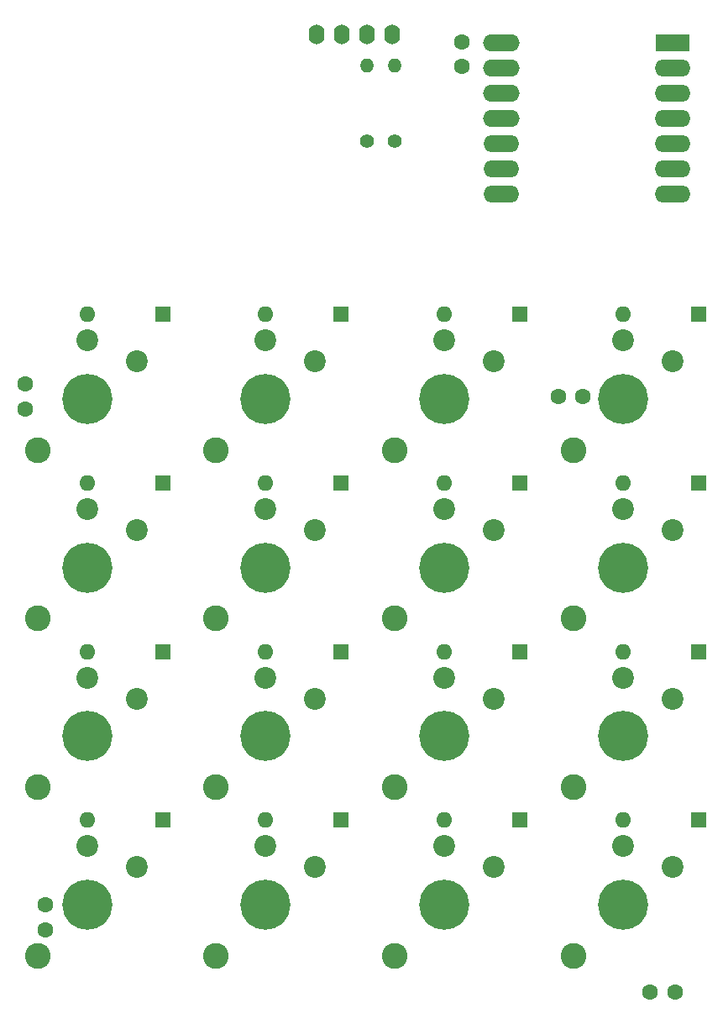
<source format=gts>
G04 #@! TF.GenerationSoftware,KiCad,Pcbnew,8.0.6*
G04 #@! TF.CreationDate,2024-10-20T21:42:17+02:00*
G04 #@! TF.ProjectId,macropad,6d616372-6f70-4616-942e-6b696361645f,v7.6*
G04 #@! TF.SameCoordinates,Original*
G04 #@! TF.FileFunction,Soldermask,Top*
G04 #@! TF.FilePolarity,Negative*
%FSLAX46Y46*%
G04 Gerber Fmt 4.6, Leading zero omitted, Abs format (unit mm)*
G04 Created by KiCad (PCBNEW 8.0.6) date 2024-10-20 21:42:17*
%MOMM*%
%LPD*%
G01*
G04 APERTURE LIST*
%ADD10C,2.600000*%
%ADD11C,5.050000*%
%ADD12C,2.200000*%
%ADD13O,1.600000X2.000000*%
%ADD14R,1.600000X1.600000*%
%ADD15O,1.600000X1.600000*%
%ADD16C,1.600000*%
%ADD17R,3.500000X1.700000*%
%ADD18O,3.600000X1.700000*%
%ADD19O,3.700000X1.700000*%
%ADD20C,1.400000*%
%ADD21O,1.400000X1.400000*%
G04 APERTURE END LIST*
D10*
G04 #@! TO.C,SW4*
X8250000Y-60900000D03*
D11*
X13250000Y-55750000D03*
D12*
X13250000Y-49850000D03*
X18250000Y-51950000D03*
G04 #@! TD*
D10*
G04 #@! TO.C,SW14*
X44250000Y-94900000D03*
D11*
X49250000Y-89750000D03*
D12*
X49250000Y-83850000D03*
X54250000Y-85950000D03*
G04 #@! TD*
D10*
G04 #@! TO.C,SW1*
X8250000Y-43900000D03*
D11*
X13250000Y-38750000D03*
D12*
X13250000Y-32850000D03*
X18250000Y-34950000D03*
G04 #@! TD*
D10*
G04 #@! TO.C,SW8*
X26250000Y-77900000D03*
D11*
X31250000Y-72750000D03*
D12*
X31250000Y-66850000D03*
X36250000Y-68950000D03*
G04 #@! TD*
D10*
G04 #@! TO.C,SW9*
X44250000Y-77900000D03*
D11*
X49250000Y-72750000D03*
D12*
X49250000Y-66850000D03*
X54250000Y-68950000D03*
G04 #@! TD*
D10*
G04 #@! TO.C,SW12*
X62250000Y-77900000D03*
D11*
X67250000Y-72750000D03*
D12*
X67250000Y-66850000D03*
X72250000Y-68950000D03*
G04 #@! TD*
D10*
G04 #@! TO.C,SW6*
X44250000Y-60900000D03*
D11*
X49250000Y-55750000D03*
D12*
X49250000Y-49850000D03*
X54250000Y-51950000D03*
G04 #@! TD*
D10*
G04 #@! TO.C,SW10*
X62250000Y-43900000D03*
D11*
X67250000Y-38750000D03*
D12*
X67250000Y-32850000D03*
X72250000Y-34950000D03*
G04 #@! TD*
D10*
G04 #@! TO.C,SW7*
X8250000Y-77900000D03*
D11*
X13250000Y-72750000D03*
D12*
X13250000Y-66850000D03*
X18250000Y-68950000D03*
G04 #@! TD*
D13*
G04 #@! TO.C,Brd1*
X36420000Y-2000000D03*
X38960000Y-2000000D03*
X41500000Y-2000000D03*
X44040000Y-2000000D03*
G04 #@! TD*
D10*
G04 #@! TO.C,SW2*
X26250000Y-43900000D03*
D11*
X31250000Y-38750000D03*
D12*
X31250000Y-32850000D03*
X36250000Y-34950000D03*
G04 #@! TD*
D10*
G04 #@! TO.C,SW11*
X62250000Y-60900000D03*
D11*
X67250000Y-55750000D03*
D12*
X67250000Y-49850000D03*
X72250000Y-51950000D03*
G04 #@! TD*
D10*
G04 #@! TO.C,SW3*
X44250000Y-43900000D03*
D11*
X49250000Y-38750000D03*
D12*
X49250000Y-32850000D03*
X54250000Y-34950000D03*
G04 #@! TD*
D10*
G04 #@! TO.C,SW16*
X8250000Y-94900000D03*
D11*
X13250000Y-89750000D03*
D12*
X13250000Y-83850000D03*
X18250000Y-85950000D03*
G04 #@! TD*
D10*
G04 #@! TO.C,SW5*
X26250000Y-60900000D03*
D11*
X31250000Y-55750000D03*
D12*
X31250000Y-49850000D03*
X36250000Y-51950000D03*
G04 #@! TD*
D10*
G04 #@! TO.C,SW13*
X62250000Y-94900000D03*
D11*
X67250000Y-89750000D03*
D12*
X67250000Y-83850000D03*
X72250000Y-85950000D03*
G04 #@! TD*
D10*
G04 #@! TO.C,SW15*
X26250000Y-94900000D03*
D11*
X31250000Y-89750000D03*
D12*
X31250000Y-83850000D03*
X36250000Y-85950000D03*
G04 #@! TD*
D14*
G04 #@! TO.C,D3*
X56870000Y-30225000D03*
D15*
X49250000Y-30225000D03*
G04 #@! TD*
D16*
G04 #@! TO.C,C5*
X7000000Y-39750000D03*
X7000000Y-37250000D03*
G04 #@! TD*
D17*
G04 #@! TO.C,U2*
X72250000Y-2840000D03*
D18*
X72250000Y-5380000D03*
X72250000Y-7920000D03*
X72250000Y-10460000D03*
X72250000Y-13000000D03*
X72250000Y-15540000D03*
X72250000Y-18080000D03*
X55000000Y-18080000D03*
X55000000Y-15540000D03*
X55000000Y-13000000D03*
D19*
X55000000Y-10460000D03*
X55000000Y-7920000D03*
X55000000Y-5380000D03*
X55000000Y-2840000D03*
G04 #@! TD*
D14*
G04 #@! TO.C,D11*
X74870000Y-47225000D03*
D15*
X67250000Y-47225000D03*
G04 #@! TD*
D16*
G04 #@! TO.C,C4*
X63250000Y-38500000D03*
X60750000Y-38500000D03*
G04 #@! TD*
D14*
G04 #@! TO.C,D15*
X38870000Y-81225000D03*
D15*
X31250000Y-81225000D03*
G04 #@! TD*
D14*
G04 #@! TO.C,D4*
X20870000Y-47225000D03*
D15*
X13250000Y-47225000D03*
G04 #@! TD*
D14*
G04 #@! TO.C,D8*
X38870000Y-64225000D03*
D15*
X31250000Y-64225000D03*
G04 #@! TD*
D14*
G04 #@! TO.C,D10*
X74870000Y-30225000D03*
D15*
X67250000Y-30225000D03*
G04 #@! TD*
D14*
G04 #@! TO.C,D13*
X74870000Y-81225000D03*
D15*
X67250000Y-81225000D03*
G04 #@! TD*
D14*
G04 #@! TO.C,D16*
X20870000Y-81225000D03*
D15*
X13250000Y-81225000D03*
G04 #@! TD*
D16*
G04 #@! TO.C,C1*
X70000000Y-98500000D03*
X72500000Y-98500000D03*
G04 #@! TD*
D20*
G04 #@! TO.C,R2*
X44250000Y-12810000D03*
D21*
X44250000Y-5190000D03*
G04 #@! TD*
D14*
G04 #@! TO.C,D1*
X20870000Y-30225000D03*
D15*
X13250000Y-30225000D03*
G04 #@! TD*
D14*
G04 #@! TO.C,D6*
X56870000Y-47225000D03*
D15*
X49250000Y-47225000D03*
G04 #@! TD*
D14*
G04 #@! TO.C,D7*
X20870000Y-64225000D03*
D15*
X13250000Y-64225000D03*
G04 #@! TD*
D14*
G04 #@! TO.C,D9*
X56870000Y-64225000D03*
D15*
X49250000Y-64225000D03*
G04 #@! TD*
D20*
G04 #@! TO.C,R1*
X41500000Y-12750000D03*
D21*
X41500000Y-5130000D03*
G04 #@! TD*
D14*
G04 #@! TO.C,D12*
X74870000Y-64225000D03*
D15*
X67250000Y-64225000D03*
G04 #@! TD*
D14*
G04 #@! TO.C,D2*
X38870000Y-30225000D03*
D15*
X31250000Y-30225000D03*
G04 #@! TD*
D16*
G04 #@! TO.C,C2*
X51000000Y-2750000D03*
X51000000Y-5250000D03*
G04 #@! TD*
G04 #@! TO.C,C3*
X9000000Y-92250000D03*
X9000000Y-89750000D03*
G04 #@! TD*
D14*
G04 #@! TO.C,D5*
X38870000Y-47225000D03*
D15*
X31250000Y-47225000D03*
G04 #@! TD*
D14*
G04 #@! TO.C,D14*
X56870000Y-81225000D03*
D15*
X49250000Y-81225000D03*
G04 #@! TD*
M02*

</source>
